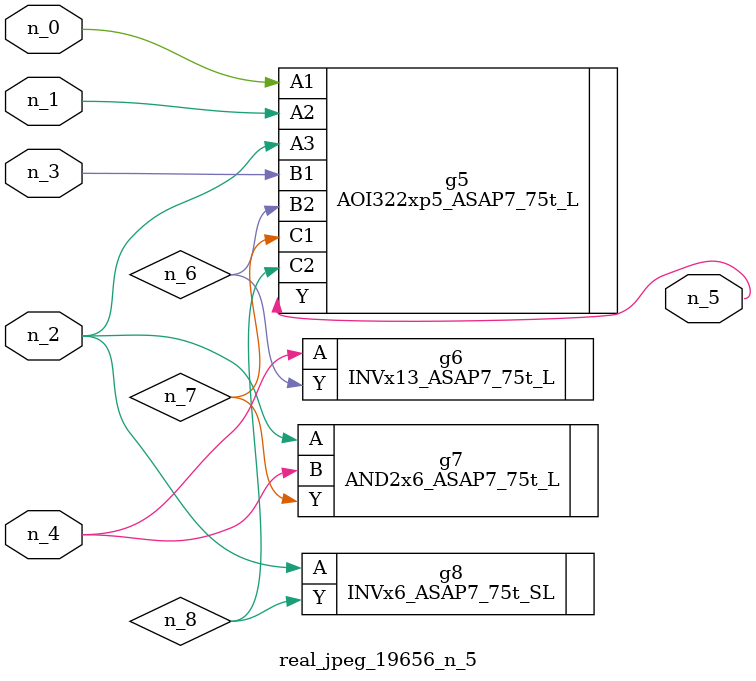
<source format=v>
module real_jpeg_19656_n_5 (n_4, n_0, n_1, n_2, n_3, n_5);

input n_4;
input n_0;
input n_1;
input n_2;
input n_3;

output n_5;

wire n_8;
wire n_6;
wire n_7;

AOI322xp5_ASAP7_75t_L g5 ( 
.A1(n_0),
.A2(n_1),
.A3(n_2),
.B1(n_3),
.B2(n_6),
.C1(n_7),
.C2(n_8),
.Y(n_5)
);

AND2x6_ASAP7_75t_L g7 ( 
.A(n_2),
.B(n_4),
.Y(n_7)
);

INVx6_ASAP7_75t_SL g8 ( 
.A(n_2),
.Y(n_8)
);

INVx13_ASAP7_75t_L g6 ( 
.A(n_4),
.Y(n_6)
);


endmodule
</source>
